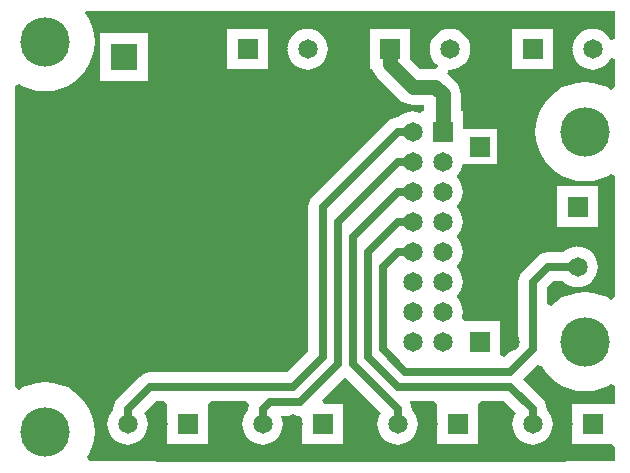
<source format=gtl>
%FSLAX25Y25*%
%MOIN*%
G70*
G01*
G75*
G04 Layer_Physical_Order=1*
G04 Layer_Color=255*
%ADD10C,0.02500*%
%ADD11C,0.05000*%
%ADD12C,0.06500*%
%ADD13R,0.06500X0.06500*%
%ADD14C,0.16500*%
%ADD15R,0.09000X0.09000*%
%ADD16C,0.09000*%
%ADD17R,0.06500X0.06500*%
G36*
X602500Y638374D02*
X601045Y638010D01*
X600640Y638768D01*
X599796Y639796D01*
X598768Y640640D01*
X597596Y641266D01*
X596323Y641652D01*
X595000Y641783D01*
X593677Y641652D01*
X592404Y641266D01*
X591232Y640640D01*
X590204Y639796D01*
X589360Y638768D01*
X588734Y637596D01*
X588348Y636323D01*
X588217Y635000D01*
X588348Y633677D01*
X588734Y632404D01*
X589360Y631232D01*
X590204Y630204D01*
X591232Y629360D01*
X592404Y628734D01*
X593677Y628348D01*
X595000Y628217D01*
X596323Y628348D01*
X597596Y628734D01*
X598768Y629360D01*
X599796Y630204D01*
X600640Y631232D01*
X601045Y631990D01*
X602500Y631626D01*
Y622259D01*
X601191Y621526D01*
X600014Y622247D01*
X597614Y623241D01*
X595089Y623847D01*
X592500Y624051D01*
X589911Y623847D01*
X587386Y623241D01*
X584986Y622247D01*
X582772Y620890D01*
X580797Y619203D01*
X579110Y617228D01*
X577753Y615014D01*
X576759Y612614D01*
X576153Y610089D01*
X575949Y607500D01*
X576153Y604911D01*
X576759Y602386D01*
X577753Y599986D01*
X579110Y597772D01*
X580797Y595797D01*
X582772Y594110D01*
X584986Y592753D01*
X587386Y591759D01*
X589911Y591153D01*
X592500Y590949D01*
X595089Y591153D01*
X597614Y591759D01*
X600014Y592753D01*
X601191Y593474D01*
X602500Y592741D01*
Y552259D01*
X601191Y551526D01*
X600014Y552247D01*
X597614Y553241D01*
X595089Y553847D01*
X592500Y554051D01*
X589911Y553847D01*
X587386Y553241D01*
X584986Y552247D01*
X582772Y550890D01*
X581153Y549508D01*
X579791Y550136D01*
Y555515D01*
X581985Y557709D01*
X585200D01*
X585204Y557704D01*
X586232Y556860D01*
X587404Y556234D01*
X588677Y555848D01*
X590000Y555717D01*
X591323Y555848D01*
X592596Y556234D01*
X593768Y556860D01*
X594796Y557704D01*
X595640Y558732D01*
X596266Y559904D01*
X596652Y561177D01*
X596783Y562500D01*
X596652Y563823D01*
X596266Y565096D01*
X595640Y566268D01*
X594796Y567296D01*
X593768Y568140D01*
X592596Y568766D01*
X591323Y569152D01*
X590000Y569283D01*
X588677Y569152D01*
X587404Y568766D01*
X586232Y568140D01*
X585204Y567296D01*
X585200Y567291D01*
X580000D01*
X578760Y567128D01*
X577604Y566649D01*
X576612Y565888D01*
X571612Y560888D01*
X570851Y559896D01*
X570711Y559557D01*
X570372Y558740D01*
X570209Y557500D01*
X570209Y557500D01*
X570209D01*
X570209Y557500D01*
X570209D01*
Y536984D01*
X565636Y532411D01*
X564250Y532985D01*
Y544250D01*
X552327D01*
X551433Y545455D01*
X551652Y546177D01*
X551783Y547500D01*
X551652Y548823D01*
X551266Y550096D01*
X550640Y551268D01*
X549796Y552296D01*
Y552704D01*
X550640Y553732D01*
X551266Y554904D01*
X551652Y556177D01*
X551783Y557500D01*
X551652Y558823D01*
X551266Y560096D01*
X550640Y561268D01*
X549796Y562296D01*
Y562704D01*
X550640Y563732D01*
X551266Y564904D01*
X551652Y566177D01*
X551783Y567500D01*
X551652Y568823D01*
X551266Y570096D01*
X550640Y571268D01*
X549796Y572296D01*
Y572704D01*
X550640Y573732D01*
X551266Y574904D01*
X551652Y576177D01*
X551783Y577500D01*
X551652Y578823D01*
X551266Y580096D01*
X550640Y581268D01*
X549796Y582296D01*
Y582704D01*
X550640Y583732D01*
X551266Y584904D01*
X551652Y586177D01*
X551783Y587500D01*
X551652Y588823D01*
X551266Y590096D01*
X550640Y591268D01*
X549796Y592296D01*
Y592704D01*
X550640Y593732D01*
X551266Y594904D01*
X551652Y596177D01*
X551709Y596752D01*
X551750Y596750D01*
X551750Y596750D01*
X551750Y596750D01*
X563250D01*
Y608250D01*
X551750D01*
Y614250D01*
X551029D01*
Y620000D01*
X550913Y621176D01*
X550570Y622307D01*
X550013Y623350D01*
X549263Y624263D01*
X549263Y624263D01*
D01*
D01*
D01*
D01*
X549263Y624263D01*
D01*
D01*
X549263D01*
X546763Y626763D01*
X546646Y626859D01*
X547220Y628245D01*
X547500Y628217D01*
X548823Y628348D01*
X550096Y628734D01*
X551268Y629360D01*
X552296Y630204D01*
X553140Y631232D01*
X553766Y632404D01*
X554152Y633677D01*
X554283Y635000D01*
X554152Y636323D01*
X553766Y637596D01*
X553140Y638768D01*
X552296Y639796D01*
X551268Y640640D01*
X550096Y641266D01*
X548823Y641652D01*
X547500Y641783D01*
X546177Y641652D01*
X544904Y641266D01*
X543732Y640640D01*
X542704Y639796D01*
X541860Y638768D01*
X541234Y637596D01*
X540848Y636323D01*
X540717Y635000D01*
X540848Y633677D01*
X541234Y632404D01*
X541860Y631232D01*
X542704Y630204D01*
X543732Y629360D01*
D01*
X542500Y628529D01*
X537497D01*
X534250Y631776D01*
Y641750D01*
X520750D01*
Y628250D01*
X521373D01*
X521930Y627693D01*
X521930Y627693D01*
Y627693D01*
X522487Y626650D01*
X523237Y625737D01*
X523237Y625737D01*
X523237Y625737D01*
X530737Y618237D01*
X531650Y617487D01*
X532693Y616930D01*
X533824Y616587D01*
X535000Y616471D01*
X538971D01*
Y614490D01*
X538570Y614250D01*
X538250D01*
Y614159D01*
X537596Y613766D01*
X536323Y614152D01*
X535000Y614283D01*
X533677Y614152D01*
X532404Y613766D01*
X531232Y613140D01*
X530204Y612296D01*
X530200Y612291D01*
X530000D01*
X528760Y612128D01*
X527943Y611789D01*
X527604Y611649D01*
X526612Y610888D01*
X501612Y585888D01*
X500851Y584896D01*
X500711Y584557D01*
X500372Y583740D01*
X500209Y582500D01*
Y534484D01*
X493015Y527291D01*
X447500D01*
X446260Y527128D01*
X445105Y526649D01*
X444112Y525888D01*
X436612Y518388D01*
X435851Y517395D01*
X435711Y517057D01*
X435372Y516240D01*
X435209Y515000D01*
Y514800D01*
X435204Y514796D01*
X434360Y513768D01*
X433734Y512596D01*
X433348Y511323D01*
X433217Y510000D01*
X433348Y508677D01*
X433734Y507404D01*
X434360Y506232D01*
X435204Y505204D01*
X436232Y504360D01*
X437404Y503734D01*
X438677Y503348D01*
X440000Y503217D01*
X441323Y503348D01*
X442596Y503734D01*
X443768Y504360D01*
X444796Y505204D01*
X445640Y506232D01*
X446266Y507404D01*
X446652Y508677D01*
X446783Y510000D01*
X446652Y511323D01*
X446266Y512596D01*
X445640Y513768D01*
X445596Y513821D01*
X449484Y517709D01*
X452189D01*
X453250Y516648D01*
Y503250D01*
X466750D01*
Y516648D01*
X466750Y516648D01*
D01*
D01*
D01*
D01*
D01*
D01*
D01*
X466750Y516750D01*
D01*
X467709Y517709D01*
X479137D01*
X479820Y517426D01*
X480464Y516462D01*
X480372Y516240D01*
X480209Y515000D01*
X480209Y515000D01*
X480209D01*
X480209Y515000D01*
X480209D01*
Y514800D01*
X480204Y514796D01*
X479360Y513768D01*
X478734Y512596D01*
X478348Y511323D01*
X478217Y510000D01*
X478348Y508677D01*
X478734Y507404D01*
X479360Y506232D01*
X480204Y505204D01*
X481232Y504360D01*
X482404Y503734D01*
X483677Y503348D01*
X485000Y503217D01*
X486323Y503348D01*
X487596Y503734D01*
X488768Y504360D01*
X489796Y505204D01*
X490640Y506232D01*
X491266Y507404D01*
X491652Y508677D01*
X491783Y510000D01*
X491652Y511323D01*
X491266Y512596D01*
X491334Y512709D01*
X497500D01*
X498250Y512051D01*
Y503250D01*
X511750D01*
Y516750D01*
X505485D01*
X504911Y518136D01*
X512500Y525725D01*
X524404Y513821D01*
X524360Y513768D01*
X523734Y512596D01*
X523348Y511323D01*
X523217Y510000D01*
X523348Y508677D01*
X523734Y507404D01*
X524360Y506232D01*
X525204Y505204D01*
X526232Y504360D01*
X527404Y503734D01*
X528677Y503348D01*
X530000Y503217D01*
X531323Y503348D01*
X532596Y503734D01*
X533768Y504360D01*
X534796Y505204D01*
X535640Y506232D01*
X536266Y507404D01*
X536652Y508677D01*
X536783Y510000D01*
X536652Y511323D01*
X536266Y512596D01*
X535640Y513768D01*
X534796Y514796D01*
X534791Y514800D01*
Y515000D01*
X534628Y516240D01*
X534149Y517395D01*
X534304Y517709D01*
X542189D01*
X543250Y516648D01*
Y503250D01*
X556750D01*
Y516648D01*
X556750Y516648D01*
D01*
D01*
D01*
D01*
D01*
D01*
D01*
X556750Y516750D01*
D01*
X557709Y517709D01*
X565516D01*
X569404Y513821D01*
X569360Y513768D01*
X568734Y512596D01*
X568348Y511323D01*
X568217Y510000D01*
X568348Y508677D01*
X568734Y507404D01*
X569360Y506232D01*
X570204Y505204D01*
X571232Y504360D01*
X572404Y503734D01*
X573677Y503348D01*
X575000Y503217D01*
X576323Y503348D01*
X577596Y503734D01*
X578768Y504360D01*
X579796Y505204D01*
X580640Y506232D01*
X581266Y507404D01*
X581652Y508677D01*
X581783Y510000D01*
X581652Y511323D01*
X581266Y512596D01*
X580640Y513768D01*
X579796Y514796D01*
X579791Y514800D01*
Y515000D01*
X579628Y516240D01*
X579149Y517395D01*
X578388Y518388D01*
X578388Y518388D01*
X578388D01*
X578388Y518388D01*
Y518388D01*
X571775Y525000D01*
X576520Y529744D01*
X578009Y529568D01*
X579110Y527772D01*
X580797Y525797D01*
X582772Y524110D01*
X584986Y522753D01*
X587386Y521759D01*
X589911Y521153D01*
X592500Y520949D01*
X595089Y521153D01*
X597614Y521759D01*
X600014Y522753D01*
X601191Y523474D01*
X602500Y522741D01*
Y516750D01*
X602500D01*
X601750D01*
X601439Y516750D01*
X601439Y516750D01*
X601439Y516750D01*
X588250D01*
Y503250D01*
X601439D01*
X602500Y502189D01*
Y497607D01*
X427324D01*
X426591Y498916D01*
X427247Y499986D01*
X428241Y502386D01*
X428847Y504911D01*
X429051Y507500D01*
X428847Y510089D01*
X428241Y512614D01*
X427247Y515014D01*
X425890Y517228D01*
X424203Y519203D01*
X422228Y520890D01*
X420014Y522247D01*
X417615Y523241D01*
X415089Y523847D01*
X412500Y524051D01*
X409911Y523847D01*
X407385Y523241D01*
X404986Y522247D01*
X403809Y521526D01*
X402500Y522259D01*
Y622741D01*
X403809Y623474D01*
X404986Y622753D01*
X407385Y621759D01*
X409911Y621153D01*
X412500Y620949D01*
X415089Y621153D01*
X417615Y621759D01*
X420014Y622753D01*
X422228Y624110D01*
X424203Y625797D01*
X425890Y627772D01*
X427247Y629986D01*
X428241Y632385D01*
X428847Y634911D01*
X429051Y637500D01*
X428847Y640089D01*
X428241Y642615D01*
X427247Y645014D01*
X425890Y647228D01*
X426065Y647607D01*
X602500D01*
Y638374D01*
D02*
G37*
%LPC*%
G36*
X446800Y640500D02*
X430800D01*
Y624500D01*
X446800D01*
Y640500D01*
D02*
G37*
G36*
X596750Y589250D02*
X583250D01*
Y575750D01*
X596750D01*
Y589250D01*
D02*
G37*
G36*
X500000Y641783D02*
X498677Y641652D01*
X497404Y641266D01*
X496232Y640640D01*
X495204Y639796D01*
X494360Y638768D01*
X493734Y637596D01*
X493348Y636323D01*
X493217Y635000D01*
X493348Y633677D01*
X493734Y632404D01*
X494360Y631232D01*
X495204Y630204D01*
X496232Y629360D01*
X497404Y628734D01*
X498677Y628348D01*
X500000Y628217D01*
X501323Y628348D01*
X502596Y628734D01*
X503768Y629360D01*
X504796Y630204D01*
X505640Y631232D01*
X506266Y632404D01*
X506652Y633677D01*
X506783Y635000D01*
X506652Y636323D01*
X506266Y637596D01*
X505640Y638768D01*
X504796Y639796D01*
X503768Y640640D01*
X502596Y641266D01*
X501323Y641652D01*
X500000Y641783D01*
D02*
G37*
G36*
X581750Y641750D02*
X568250D01*
Y628250D01*
X581750D01*
Y641750D01*
D02*
G37*
G36*
X486750D02*
X473250D01*
Y628250D01*
X486750D01*
Y641750D01*
D02*
G37*
%LPD*%
D10*
X532500Y527500D02*
X567500D01*
X575000Y557500D02*
X580000Y562500D01*
X590000D01*
X575000Y535000D02*
Y557500D01*
X567500Y527500D02*
X575000Y535000D01*
X505000Y582500D02*
X530000Y607500D01*
X505000Y532500D02*
Y582500D01*
X447500Y522500D02*
X495000D01*
X440000Y515000D02*
X447500Y522500D01*
X530000Y607500D02*
X535000D01*
X495000Y522500D02*
X505000Y532500D01*
X440000Y510000D02*
Y515000D01*
X510000Y577500D02*
X530000Y597500D01*
X510000Y530000D02*
Y577500D01*
X497500Y517500D02*
X510000Y530000D01*
X487500Y517500D02*
X497500D01*
X485000Y515000D02*
X487500Y517500D01*
X485000Y510000D02*
Y515000D01*
X530000Y597500D02*
X535000D01*
X530000Y510000D02*
Y515000D01*
X515000Y572500D02*
X530000Y587500D01*
X515000Y530000D02*
X530000Y515000D01*
X515000Y530000D02*
Y572500D01*
X530000Y587500D02*
X535000D01*
X575000Y510000D02*
Y515000D01*
X530000Y522500D02*
X567500D01*
X575000Y515000D01*
X520000Y532500D02*
X530000Y522500D01*
X520000Y532500D02*
Y567500D01*
X530000Y577500D01*
X535000D01*
X525000Y535000D02*
Y562500D01*
X530000Y567500D02*
X535000D01*
X525000Y562500D02*
X530000Y567500D01*
X525000Y535000D02*
X532500Y527500D01*
D11*
X452500Y632500D02*
Y645000D01*
X450000Y500000D02*
Y510000D01*
X540000Y500000D02*
Y510000D01*
X585000Y500000D02*
Y510000D01*
X495000Y500000D02*
Y510000D01*
X450000Y500000D02*
X585000D01*
X567500Y585000D02*
X580000Y572500D01*
X590000D01*
X490000Y635000D02*
Y645000D01*
X537500Y635000D02*
Y645000D01*
X452500D02*
X585000D01*
X567500Y585000D02*
Y610000D01*
X585000Y627500D01*
Y645000D01*
X527500Y630000D02*
Y635000D01*
Y630000D02*
X535000Y622500D01*
X542500D01*
X545000Y620000D01*
Y607500D02*
Y620000D01*
D12*
X567343Y537500D02*
D03*
X567500Y602500D02*
D03*
X535000Y577500D02*
D03*
X545000D02*
D03*
Y587500D02*
D03*
X535000Y607500D02*
D03*
X545000Y597500D02*
D03*
X535000D02*
D03*
Y587500D02*
D03*
X545000Y567500D02*
D03*
X535000D02*
D03*
X545000Y557500D02*
D03*
X535000D02*
D03*
X545000Y547500D02*
D03*
X535000D02*
D03*
X545000Y537500D02*
D03*
X535000D02*
D03*
X450000Y510000D02*
D03*
X440000D02*
D03*
X495000D02*
D03*
X485000D02*
D03*
X540000D02*
D03*
X530000D02*
D03*
X585000D02*
D03*
X575000D02*
D03*
X590000Y572500D02*
D03*
Y562500D02*
D03*
X585000Y635000D02*
D03*
X595000D02*
D03*
X537500D02*
D03*
X547500D02*
D03*
X490000D02*
D03*
X500000D02*
D03*
D13*
X557500Y537500D02*
D03*
Y602500D02*
D03*
X545000Y607500D02*
D03*
X590000Y582500D02*
D03*
D14*
X412500Y637500D02*
D03*
Y507500D02*
D03*
X592500Y537500D02*
D03*
Y607500D02*
D03*
D15*
X438800Y632500D02*
D03*
D16*
X452500D02*
D03*
D17*
X460000Y510000D02*
D03*
X505000D02*
D03*
X550000D02*
D03*
X595000D02*
D03*
X575000Y635000D02*
D03*
X527500D02*
D03*
X480000D02*
D03*
M02*

</source>
